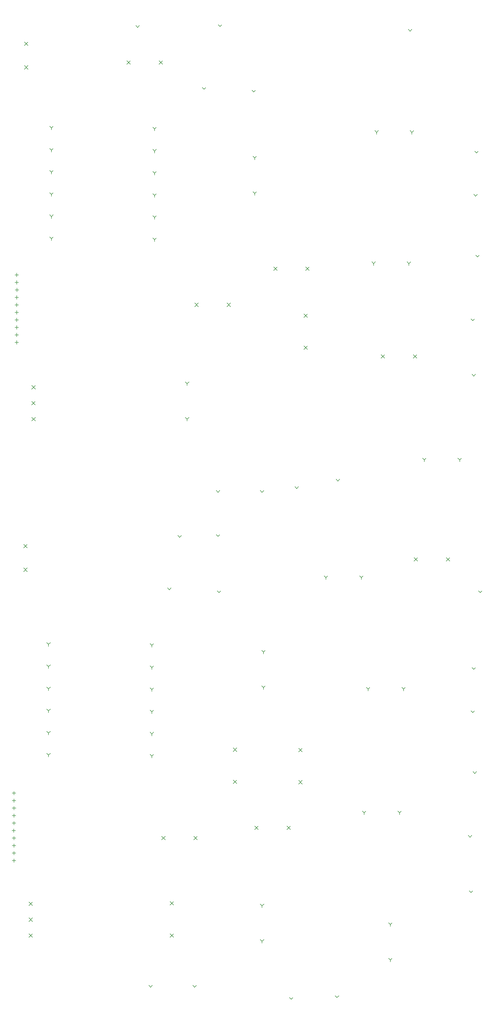
<source format=gbr>
G04 DipTrace 3.3.0.1*
G04 Plated_Through.gbr*
%MOMM*%
G04 #@! TF.FileFunction,Plated,1,2,PTH,Drill*
G04 #@! TF.Part,Single*
G04 Drill Symbols*
G04 D=0,9 - Cross*
G04 D=1 - X*
G04 D=2 - Y*
G04 D=3,3 - T*
G04 D=4 - V*
%ADD10C,0.2*%
%FSLAX35Y35*%
G04*
G71*
G90*
G75*
G01*
X8147250Y35000750D2*
D10*
X8207250Y34940750D1*
X8267250Y35000750D1*
X11115870Y26793373D2*
X11235870Y26673373D1*
Y26793373D2*
X11115870Y26673373D1*
X10025877Y26793123D2*
X10145877Y26673123D1*
Y26793123D2*
X10025877Y26673123D1*
X2432250Y31559750D2*
X2492250Y31499750D1*
X2552250Y31559750D1*
X2492250Y31499750D2*
Y31439750D1*
X1582500Y33613750D2*
X1702500Y33493750D1*
Y33613750D2*
X1582500Y33493750D1*
X2432250Y30809750D2*
X2492250Y30749750D1*
X2552250Y30809750D1*
X2492250Y30749750D2*
Y30689750D1*
X1582500Y34413750D2*
X1702500Y34293750D1*
Y34413750D2*
X1582500Y34293750D1*
X2432250Y30059750D2*
X2492250Y29999750D1*
X2552250Y30059750D1*
X2492250Y29999750D2*
Y29939750D1*
X11052377Y25205873D2*
X11172377Y25085873D1*
Y25205873D2*
X11052377Y25085873D1*
X2432250Y29309750D2*
X2492250Y29249750D1*
X2552250Y29309750D1*
X2492250Y29249750D2*
Y29189750D1*
X11052623Y24115877D2*
X11172623Y23995877D1*
Y24115877D2*
X11052623Y23995877D1*
X2432250Y28559750D2*
X2492250Y28499750D1*
X2552250Y28559750D1*
X2492250Y28499750D2*
Y28439750D1*
X13671753Y23824747D2*
X13791753Y23704747D1*
Y23824747D2*
X13671753Y23704747D1*
X2432250Y27809750D2*
X2492250Y27749750D1*
X2552250Y27809750D1*
X2492250Y27749750D2*
Y27689750D1*
X14761750Y23825000D2*
X14881750Y23705000D1*
Y23825000D2*
X14761750Y23705000D1*
X5932250Y31528000D2*
X5992250Y31468000D1*
X6052250Y31528000D1*
X5992250Y31468000D2*
Y31408000D1*
X5932250Y30778000D2*
X5992250Y30718000D1*
X6052250Y30778000D1*
X5992250Y30718000D2*
Y30658000D1*
X7353500Y25571000D2*
X7473500Y25451000D1*
Y25571000D2*
X7353500Y25451000D1*
X5932250Y30028000D2*
X5992250Y29968000D1*
X6052250Y30028000D1*
X5992250Y29968000D2*
Y29908000D1*
X8443500Y25571250D2*
X8563500Y25451250D1*
Y25571250D2*
X8443500Y25451250D1*
X5932250Y29278000D2*
X5992250Y29218000D1*
X6052250Y29278000D1*
X5992250Y29218000D2*
Y29158000D1*
X7321750Y7505250D2*
X7441750Y7385250D1*
Y7505250D2*
X7321750Y7385250D1*
X5932250Y28528000D2*
X5992250Y28468000D1*
X6052250Y28528000D1*
X5992250Y28468000D2*
Y28408000D1*
X6512127Y5298623D2*
X6632127Y5178623D1*
Y5298623D2*
X6512127Y5178623D1*
X5932250Y27778000D2*
X5992250Y27718000D1*
X6052250Y27778000D1*
X5992250Y27718000D2*
Y27658000D1*
X1550750Y16595750D2*
X1670750Y16475750D1*
Y16595750D2*
X1550750Y16475750D1*
X9327130Y29344120D2*
X9387130Y29284120D1*
X9447130Y29344120D1*
X9387130Y29284120D2*
Y29224120D1*
X8655250Y9410250D2*
X8775250Y9290250D1*
Y9410250D2*
X8655250Y9290250D1*
X9327130Y30544120D2*
X9387130Y30484120D1*
X9447130Y30544120D1*
X9387130Y30484120D2*
Y30424120D1*
X8655000Y10500247D2*
X8775000Y10380247D1*
Y10500247D2*
X8655000Y10380247D1*
X7036000Y22897500D2*
X7096000Y22837500D1*
X7156000Y22897500D1*
X7096000Y22837500D2*
Y22777500D1*
X1550750Y17395750D2*
X1670750Y17275750D1*
Y17395750D2*
X1550750Y17275750D1*
X7036000Y21697500D2*
X7096000Y21637500D1*
X7156000Y21697500D1*
X7096000Y21637500D2*
Y21577500D1*
X6231750Y7505000D2*
X6351750Y7385000D1*
Y7505000D2*
X6231750Y7385000D1*
X15073880Y20320620D2*
X15133880Y20260620D1*
X15193880Y20320620D1*
X15133880Y20260620D2*
Y20200620D1*
X6512377Y4208623D2*
X6632377Y4088623D1*
Y4208623D2*
X6512377Y4088623D1*
X16273880Y20320620D2*
X16333880Y20260620D1*
X16393880Y20320620D1*
X16333880Y20260620D2*
Y20200620D1*
X9385500Y7854500D2*
X9505500Y7734500D1*
Y7854500D2*
X9385500Y7734500D1*
X14554250Y26968000D2*
X14614250Y26908000D1*
X14674250Y26968000D1*
X14614250Y26908000D2*
Y26848000D1*
X10475500Y7854750D2*
X10595500Y7734750D1*
Y7854750D2*
X10475500Y7734750D1*
X13354250Y26968000D2*
X13414250Y26908000D1*
X13474250Y26968000D1*
X13414250Y26908000D2*
Y26848000D1*
X15878373Y16950870D2*
X15998373Y16830870D1*
Y16950870D2*
X15878373Y16830870D1*
X14656000Y31413000D2*
X14716000Y31353000D1*
X14776000Y31413000D1*
X14716000Y31353000D2*
Y31293000D1*
X14788377Y16950620D2*
X14908377Y16830620D1*
Y16950620D2*
X14788377Y16830620D1*
X13456000Y31413000D2*
X13516000Y31353000D1*
X13576000Y31413000D1*
X13516000Y31353000D2*
Y31293000D1*
X14592500Y34842000D2*
X14652500Y34782000D1*
X14712500Y34842000D1*
X16846750Y30714500D2*
X16906750Y30654500D1*
X16966750Y30714500D1*
X16815000Y29254000D2*
X16875000Y29194000D1*
X16935000Y29254000D1*
X10750750Y19348000D2*
X10810750Y19288000D1*
X10870750Y19348000D1*
X16878500Y27190250D2*
X16938500Y27130250D1*
X16998500Y27190250D1*
X1317500Y24301000D2*
Y24181000D1*
X1257500Y24241000D2*
X1377500D1*
X16719750Y25031250D2*
X16779750Y24971250D1*
X16839750Y25031250D1*
X16751500Y23158000D2*
X16811500Y23098000D1*
X16871500Y23158000D1*
X8083750Y19221000D2*
X8143750Y19161000D1*
X8203750Y19221000D1*
X9576000D2*
X9636000Y19161000D1*
X9696000Y19221000D1*
X12147750Y19602000D2*
X12207750Y19542000D1*
X12267750Y19602000D1*
X9290250Y32778250D2*
X9350250Y32718250D1*
X9410250Y32778250D1*
X7607500Y32873500D2*
X7667500Y32813500D1*
X7727500Y32873500D1*
X1320500Y25825000D2*
Y25705000D1*
X1260500Y25765000D2*
X1380500D1*
X1323500Y26079000D2*
Y25959000D1*
X1263500Y26019000D2*
X1383500D1*
X1317500Y26333000D2*
Y26213000D1*
X1257500Y26273000D2*
X1377500D1*
X1320500Y26587000D2*
Y26467000D1*
X1260500Y26527000D2*
X1380500D1*
X1317500Y24809000D2*
Y24689000D1*
X1257500Y24749000D2*
X1377500D1*
X1320500Y25063000D2*
Y24943000D1*
X1260500Y25003000D2*
X1380500D1*
X1314500Y25317000D2*
Y25197000D1*
X1254500Y25257000D2*
X1374500D1*
X1317500Y25571000D2*
Y25451000D1*
X1257500Y25511000D2*
X1377500D1*
X5353250Y34969000D2*
X5413250Y34909000D1*
X5473250Y34969000D1*
X1320550Y24555000D2*
Y24435000D1*
X1260550Y24495000D2*
X1380550D1*
X6782000Y17697000D2*
X6842000Y17637000D1*
X6902000Y17697000D1*
X8083750Y17728750D2*
X8143750Y17668750D1*
X8203750Y17728750D1*
X2337000Y14065500D2*
X2397000Y14005500D1*
X2457000Y14065500D1*
X2397000Y14005500D2*
Y13945500D1*
X2337000Y13315500D2*
X2397000Y13255500D1*
X2457000Y13315500D1*
X2397000Y13255500D2*
Y13195500D1*
X2337000Y12565500D2*
X2397000Y12505500D1*
X2457000Y12565500D1*
X2397000Y12505500D2*
Y12445500D1*
X2337000Y11815500D2*
X2397000Y11755500D1*
X2457000Y11815500D1*
X2397000Y11755500D2*
Y11695500D1*
X2337000Y11065500D2*
X2397000Y11005500D1*
X2457000Y11065500D1*
X2397000Y11005500D2*
Y10945500D1*
X2337000Y10315500D2*
X2397000Y10255500D1*
X2457000Y10315500D1*
X2397000Y10255500D2*
Y10195500D1*
X5837000Y14033750D2*
X5897000Y13973750D1*
X5957000Y14033750D1*
X5897000Y13973750D2*
Y13913750D1*
X5837000Y13283750D2*
X5897000Y13223750D1*
X5957000Y13283750D1*
X5897000Y13223750D2*
Y13163750D1*
X5837000Y12533750D2*
X5897000Y12473750D1*
X5957000Y12533750D1*
X5897000Y12473750D2*
Y12413750D1*
X5837000Y11783750D2*
X5897000Y11723750D1*
X5957000Y11783750D1*
X5897000Y11723750D2*
Y11663750D1*
X5837000Y11033750D2*
X5897000Y10973750D1*
X5957000Y11033750D1*
X5897000Y10973750D2*
Y10913750D1*
X5837000Y10283750D2*
X5897000Y10223750D1*
X5957000Y10283750D1*
X5897000Y10223750D2*
Y10163750D1*
X9620523Y12604230D2*
X9680523Y12544230D1*
X9740523Y12604230D1*
X9680523Y12544230D2*
Y12484230D1*
X9620523Y13804230D2*
X9680523Y13744230D1*
X9740523Y13804230D1*
X9680523Y13744230D2*
Y13684230D1*
X9576000Y5212750D2*
X9636000Y5152750D1*
X9696000Y5212750D1*
X9636000Y5152750D2*
Y5092750D1*
X9576000Y4012750D2*
X9636000Y3952750D1*
X9696000Y4012750D1*
X9636000Y3952750D2*
Y3892750D1*
X13925750Y4577750D2*
X13985750Y4517750D1*
X14045750Y4577750D1*
X13985750Y4517750D2*
Y4457750D1*
X13925750Y3377750D2*
X13985750Y3317750D1*
X14045750Y3377750D1*
X13985750Y3317750D2*
Y3257750D1*
X14236750Y8362500D2*
X14296750Y8302500D1*
X14356750Y8362500D1*
X14296750Y8302500D2*
Y8242500D1*
X13036750Y8362500D2*
X13096750Y8302500D1*
X13156750Y8362500D1*
X13096750Y8302500D2*
Y8242500D1*
X14370250Y12553500D2*
X14430250Y12493500D1*
X14490250Y12553500D1*
X14430250Y12493500D2*
Y12433500D1*
X13170250Y12553500D2*
X13230250Y12493500D1*
X13290250Y12553500D1*
X13230250Y12493500D2*
Y12433500D1*
X16973750Y15823750D2*
X17033750Y15763750D1*
X17093750Y15823750D1*
X16751500Y13220250D2*
X16811500Y13160250D1*
X16871500Y13220250D1*
X16719750Y11759750D2*
X16779750Y11699750D1*
X16839750Y11759750D1*
X16783250Y9696000D2*
X16843250Y9636000D1*
X16903250Y9696000D1*
X16624500Y7537000D2*
X16684500Y7477000D1*
X16744500Y7537000D1*
X16656250Y5663750D2*
X16716250Y5603750D1*
X16776250Y5663750D1*
X5797750Y2457000D2*
X5857750Y2397000D1*
X5917750Y2457000D1*
X7290000D2*
X7350000Y2397000D1*
X7410000Y2457000D1*
X12116000Y2107750D2*
X12176000Y2047750D1*
X12236000Y2107750D1*
X8115500Y15823750D2*
X8175500Y15763750D1*
X8235500Y15823750D1*
X6432750Y15919000D2*
X6492750Y15859000D1*
X6552750Y15919000D1*
X10560250Y2044250D2*
X10620250Y1984250D1*
X10680250Y2044250D1*
X1225250Y8267250D2*
Y8147250D1*
X1165250Y8207250D2*
X1285250D1*
X1228250Y8521250D2*
Y8401250D1*
X1168250Y8461250D2*
X1288250D1*
X1222250Y8775250D2*
Y8655250D1*
X1162250Y8715250D2*
X1282250D1*
X1225250Y9029250D2*
Y8909250D1*
X1165250Y8969250D2*
X1285250D1*
X1222250Y7251250D2*
Y7131250D1*
X1162250Y7191250D2*
X1282250D1*
X1225250Y7505250D2*
Y7385250D1*
X1165250Y7445250D2*
X1285250D1*
X1219250Y7759250D2*
Y7639250D1*
X1159250Y7699250D2*
X1279250D1*
X1222250Y8013250D2*
Y7893250D1*
X1162250Y7953250D2*
X1282250D1*
X1222250Y6743250D2*
Y6623250D1*
X1162250Y6683250D2*
X1282250D1*
X1225300Y6997250D2*
Y6877250D1*
X1165300Y6937250D2*
X1285300D1*
X12941500Y16331750D2*
X13001500Y16271750D1*
X13061500Y16331750D1*
X13001500Y16271750D2*
Y16211750D1*
X11741500Y16331750D2*
X11801500Y16271750D1*
X11861500Y16331750D1*
X11801500Y16271750D2*
Y16211750D1*
X1829000Y21697500D2*
X1949000Y21577500D1*
Y21697500D2*
X1829000Y21577500D1*
X1828000Y22237250D2*
X1948000Y22117250D1*
Y22237250D2*
X1828000Y22117250D1*
X1829000Y22777000D2*
X1949000Y22657000D1*
Y22777000D2*
X1829000Y22657000D1*
X1733750Y4203250D2*
X1853750Y4083250D1*
Y4203250D2*
X1733750Y4083250D1*
X1732750Y4743000D2*
X1852750Y4623000D1*
Y4743000D2*
X1732750Y4623000D1*
X1733750Y5282750D2*
X1853750Y5162750D1*
Y5282750D2*
X1733750Y5162750D1*
X5051623Y33778376D2*
X5171623Y33658376D1*
Y33778376D2*
X5051623Y33658376D1*
X6141623Y33778626D2*
X6261623Y33658626D1*
Y33778626D2*
X6141623Y33658626D1*
X10877750Y10489750D2*
X10997750Y10369750D1*
Y10489750D2*
X10877750Y10369750D1*
X10878000Y9399750D2*
X10998000Y9279750D1*
Y9399750D2*
X10878000Y9279750D1*
M02*

</source>
